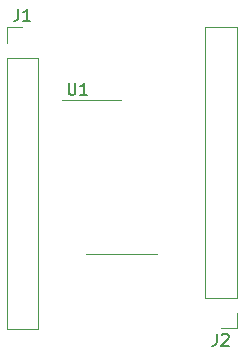
<source format=gto>
G04 #@! TF.GenerationSoftware,KiCad,Pcbnew,(5.1.4-0-10_14)*
G04 #@! TF.CreationDate,2019-12-04T21:12:01-08:00*
G04 #@! TF.ProjectId,SO20,534f3230-2e6b-4696-9361-645f70636258,rev?*
G04 #@! TF.SameCoordinates,Original*
G04 #@! TF.FileFunction,Legend,Top*
G04 #@! TF.FilePolarity,Positive*
%FSLAX46Y46*%
G04 Gerber Fmt 4.6, Leading zero omitted, Abs format (unit mm)*
G04 Created by KiCad (PCBNEW (5.1.4-0-10_14)) date 2019-12-04 21:12:01*
%MOMM*%
%LPD*%
G04 APERTURE LIST*
%ADD10C,0.120000*%
%ADD11C,0.150000*%
G04 APERTURE END LIST*
D10*
X132820100Y-80362100D02*
X135480100Y-80362100D01*
X132820100Y-57442100D02*
X132820100Y-80362100D01*
X135480100Y-57442100D02*
X135480100Y-80362100D01*
X132820100Y-57442100D02*
X135480100Y-57442100D01*
X132820100Y-56172100D02*
X132820100Y-54842100D01*
X132820100Y-54842100D02*
X134150100Y-54842100D01*
X152294900Y-80349400D02*
X150964900Y-80349400D01*
X152294900Y-79019400D02*
X152294900Y-80349400D01*
X152294900Y-77749400D02*
X149634900Y-77749400D01*
X149634900Y-77749400D02*
X149634900Y-54829400D01*
X152294900Y-77749400D02*
X152294900Y-54829400D01*
X152294900Y-54829400D02*
X149634900Y-54829400D01*
X139532100Y-74068600D02*
X145532100Y-74068600D01*
X137532100Y-61008600D02*
X142532100Y-61008600D01*
D11*
X133816766Y-53294480D02*
X133816766Y-54008766D01*
X133769147Y-54151623D01*
X133673909Y-54246861D01*
X133531052Y-54294480D01*
X133435814Y-54294480D01*
X134816766Y-54294480D02*
X134245338Y-54294480D01*
X134531052Y-54294480D02*
X134531052Y-53294480D01*
X134435814Y-53437338D01*
X134340576Y-53532576D01*
X134245338Y-53580195D01*
X150631566Y-80801780D02*
X150631566Y-81516066D01*
X150583947Y-81658923D01*
X150488709Y-81754161D01*
X150345852Y-81801780D01*
X150250614Y-81801780D01*
X151060138Y-80897019D02*
X151107757Y-80849400D01*
X151202995Y-80801780D01*
X151441090Y-80801780D01*
X151536328Y-80849400D01*
X151583947Y-80897019D01*
X151631566Y-80992257D01*
X151631566Y-81087495D01*
X151583947Y-81230352D01*
X151012519Y-81801780D01*
X151631566Y-81801780D01*
X138080195Y-59570980D02*
X138080195Y-60380504D01*
X138127814Y-60475742D01*
X138175433Y-60523361D01*
X138270671Y-60570980D01*
X138461147Y-60570980D01*
X138556385Y-60523361D01*
X138604004Y-60475742D01*
X138651623Y-60380504D01*
X138651623Y-59570980D01*
X139651623Y-60570980D02*
X139080195Y-60570980D01*
X139365909Y-60570980D02*
X139365909Y-59570980D01*
X139270671Y-59713838D01*
X139175433Y-59809076D01*
X139080195Y-59856695D01*
M02*

</source>
